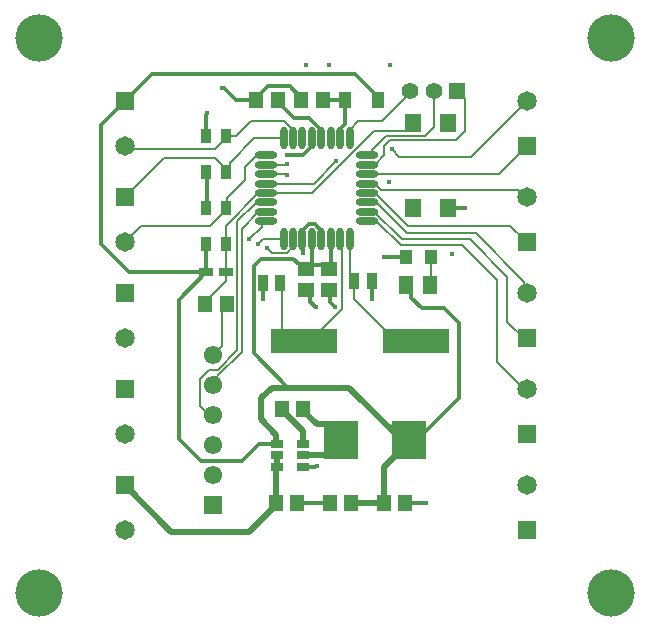
<source format=gtl>
G04*
G04 #@! TF.GenerationSoftware,Altium Limited,Altium Designer,23.3.1 (30)*
G04*
G04 Layer_Physical_Order=1*
G04 Layer_Color=255*
%FSLAX25Y25*%
%MOIN*%
G70*
G04*
G04 #@! TF.SameCoordinates,DDE6331C-4F95-4F18-AA14-E53DA5D8DD09*
G04*
G04*
G04 #@! TF.FilePolarity,Positive*
G04*
G01*
G75*
%ADD18R,0.05512X0.06299*%
%ADD19R,0.04528X0.05709*%
%ADD20O,0.02362X0.07677*%
%ADD21O,0.07677X0.02362*%
%ADD22R,0.03937X0.02756*%
%ADD23R,0.11221X0.12598*%
%ADD24R,0.05709X0.04528*%
%ADD25R,0.22047X0.08268*%
%ADD26R,0.04331X0.05118*%
%ADD27R,0.03937X0.05512*%
%ADD28R,0.03367X0.04969*%
%ADD29R,0.04921X0.06102*%
%ADD30R,0.03740X0.05315*%
%ADD31R,0.04724X0.02756*%
%ADD44C,0.05472*%
%ADD45R,0.05472X0.05472*%
%ADD51C,0.00591*%
%ADD52C,0.01181*%
%ADD53C,0.01968*%
%ADD54R,0.06102X0.06102*%
%ADD55C,0.06102*%
%ADD56R,0.06496X0.06496*%
%ADD57C,0.06496*%
%ADD58C,0.01772*%
%ADD59C,0.15748*%
D18*
X297905Y245827D02*
D03*
Y274173D02*
D03*
X286094Y245827D02*
D03*
Y274173D02*
D03*
D19*
X224043Y214000D02*
D03*
X216957D02*
D03*
X240457Y147500D02*
D03*
X247543D02*
D03*
X242457Y179000D02*
D03*
X249543D02*
D03*
X265543Y147500D02*
D03*
X258457D02*
D03*
X276457D02*
D03*
X283543D02*
D03*
X248957Y282000D02*
D03*
X256043D02*
D03*
X233957D02*
D03*
X241043D02*
D03*
D20*
X242976Y235768D02*
D03*
X246126D02*
D03*
X249276D02*
D03*
X252425D02*
D03*
X255575D02*
D03*
X258724D02*
D03*
X261874D02*
D03*
X265024D02*
D03*
Y269232D02*
D03*
X261874D02*
D03*
X258724D02*
D03*
X255575D02*
D03*
X252425D02*
D03*
X249276D02*
D03*
X246126D02*
D03*
X242976D02*
D03*
D21*
X270732Y241476D02*
D03*
Y244626D02*
D03*
Y247776D02*
D03*
Y250925D02*
D03*
Y254075D02*
D03*
Y257224D02*
D03*
Y260374D02*
D03*
Y263524D02*
D03*
X237268D02*
D03*
Y260374D02*
D03*
Y257224D02*
D03*
Y254075D02*
D03*
Y250925D02*
D03*
Y247776D02*
D03*
Y244626D02*
D03*
Y241476D02*
D03*
D22*
X240673Y167240D02*
D03*
Y163500D02*
D03*
Y159760D02*
D03*
X249327D02*
D03*
Y163500D02*
D03*
Y167240D02*
D03*
D23*
X284720Y168500D02*
D03*
X262280D02*
D03*
D24*
X250500Y218457D02*
D03*
Y225543D02*
D03*
X258000Y218457D02*
D03*
Y225543D02*
D03*
D25*
X287201Y201500D02*
D03*
X249799D02*
D03*
D26*
X283866Y229500D02*
D03*
X292134D02*
D03*
D27*
X274512Y282000D02*
D03*
X263488D02*
D03*
D28*
X223750Y258000D02*
D03*
X217250D02*
D03*
X223750Y246000D02*
D03*
X217250D02*
D03*
Y234000D02*
D03*
X223750D02*
D03*
Y270000D02*
D03*
X217250D02*
D03*
D29*
X283799Y220398D02*
D03*
X291870D02*
D03*
D30*
X272453Y221500D02*
D03*
X266547D02*
D03*
X236047Y221000D02*
D03*
X241953D02*
D03*
D31*
X217154Y224500D02*
D03*
X223847D02*
D03*
D44*
X285126Y285000D02*
D03*
X293000D02*
D03*
D45*
X300874D02*
D03*
D51*
X237380Y257112D02*
X243888D01*
X272453Y265245D02*
X277209Y270000D01*
X290000D02*
X293000Y273000D01*
X277209Y270000D02*
X290000D01*
X303500Y271500D02*
Y282374D01*
X301374Y284500D02*
Y284595D01*
Y284500D02*
X303500Y282374D01*
X293000Y273000D02*
Y285000D01*
X275955Y274955D02*
X285126Y284126D01*
X267955Y274955D02*
X275955D01*
X285126Y284126D02*
Y285000D01*
X278500Y268500D02*
X300500D01*
X276500Y266500D02*
X278500Y268500D01*
X300500D02*
X303500Y271500D01*
X273374Y260374D02*
X276500Y263500D01*
Y266500D01*
X293566Y285511D02*
X294500Y286446D01*
X279000Y265500D02*
X281500Y263000D01*
X305500D01*
X270732Y260374D02*
X273374D01*
X253075Y254075D02*
X260500Y261500D01*
X237268Y250925D02*
X252425D01*
X273000Y271500D01*
X305500Y263000D02*
X324000Y281500D01*
X272453Y264342D02*
Y265245D01*
X270732Y263524D02*
X271635D01*
X272453Y264342D01*
X273000Y271500D02*
X283634D01*
X286094Y273961D01*
Y274173D01*
X265024Y269232D02*
Y272024D01*
X267955Y274955D01*
X273425Y254075D02*
X275500Y252000D01*
X270732Y254075D02*
X273425D01*
X275500Y252000D02*
X321143D01*
X314724Y257224D02*
X324000Y266500D01*
X270732Y257224D02*
X314724D01*
X323643Y249500D02*
X324000D01*
X321143Y252000D02*
X323643Y249500D01*
X314000Y194500D02*
Y222000D01*
Y194500D02*
X324000Y184500D01*
X302500Y233500D02*
X314000Y222000D01*
X317500Y208000D02*
X324000Y201500D01*
X305000Y235500D02*
X317500Y223000D01*
Y208000D02*
Y223000D01*
X323212Y218288D02*
Y221288D01*
X307000Y237500D02*
X323212Y221288D01*
Y218288D02*
X324000Y217500D01*
X284500Y240000D02*
X318500D01*
X324000Y234500D01*
X273575Y250925D02*
X284500Y240000D01*
X284000Y237500D02*
X307000D01*
X273724Y247776D02*
X284000Y237500D01*
X270732Y247776D02*
X273724D01*
X274423Y240922D02*
X274578D01*
X282000Y233500D01*
X273869Y241476D02*
X274423Y240922D01*
X270732Y241476D02*
X273869D01*
X282000Y233500D02*
X302500D01*
X270732Y250925D02*
X273575D01*
X273209Y244626D02*
X282335Y235500D01*
X270732Y244626D02*
X273209D01*
X282335Y235500D02*
X305000D01*
X292134Y220398D02*
Y229500D01*
X221000Y192000D02*
X227500Y198500D01*
X215000Y189000D02*
X218000Y192000D01*
X221000D01*
X215000Y180000D02*
Y189000D01*
Y180000D02*
X216557Y178443D01*
X227500Y198500D02*
Y241500D01*
X229000Y198000D02*
Y239016D01*
X219500Y187000D02*
Y188491D01*
X220943Y189935D02*
Y189943D01*
X229000Y198000D01*
X219500Y188491D02*
X220943Y189935D01*
X222543Y200043D02*
Y214000D01*
X216957Y214591D02*
X223847Y221480D01*
Y224500D01*
X216957Y214000D02*
Y214591D01*
X216565Y178443D02*
X218008Y177000D01*
X216557Y178443D02*
X216565D01*
X218008Y177000D02*
X220274D01*
X219500Y197000D02*
X222543Y200043D01*
X237268Y254075D02*
X253075D01*
X243937Y260437D02*
X244000Y260500D01*
X237331Y260437D02*
X243937D01*
X237268Y260374D02*
X237331Y260437D01*
X243888Y257112D02*
X244000Y257000D01*
X237268Y257224D02*
X237380Y257112D01*
X227500Y241500D02*
X233437Y247437D01*
X223750Y240065D02*
X234610Y250925D01*
X223750Y234000D02*
Y240065D01*
X233437Y247437D02*
X236929D01*
X237268Y247776D01*
X229000Y239016D02*
X234610Y244626D01*
X237268D01*
X223847Y224500D02*
Y233904D01*
X195500Y240000D02*
X218551D01*
X223750Y245199D01*
Y246000D02*
Y246801D01*
X190000Y234500D02*
X195500Y240000D01*
X276472Y205339D02*
Y205528D01*
X280311Y201500D02*
X282201D01*
X266547Y215453D02*
X276472Y205528D01*
X266547Y215453D02*
Y221500D01*
X276472Y205339D02*
X280311Y201500D01*
X231500Y235500D02*
X235755Y239755D01*
X236268Y235768D02*
X242976D01*
X235755Y240658D02*
X236574Y241476D01*
X235755Y239755D02*
Y240658D01*
X234500Y234000D02*
X236268Y235768D01*
X236574Y241476D02*
X237268D01*
X239000Y231000D02*
X244016D01*
X237500Y232500D02*
X239000Y231000D01*
X251689Y201500D02*
X262500Y212311D01*
X261874Y232631D02*
Y235768D01*
X262500Y212311D02*
Y232005D01*
X261874Y232631D02*
X262500Y232005D01*
X265024Y223024D02*
X266547Y221500D01*
X265024Y223024D02*
Y235768D01*
X244016Y231000D02*
X246126Y233110D01*
X224995Y259771D02*
Y260995D01*
X233232Y269232D02*
X242976D01*
X224024Y258801D02*
X224995Y259771D01*
Y260995D02*
X233232Y269232D01*
X224024Y258275D02*
Y258801D01*
X190000Y249500D02*
X203000Y262500D01*
X223750Y258000D02*
Y258275D01*
X203000Y262500D02*
X220051D01*
X223750Y258801D01*
Y258275D02*
Y258801D01*
X322701Y249500D02*
X324000D01*
X246126Y233110D02*
Y235768D01*
X244799Y201500D02*
X251689D01*
X242406Y203894D02*
Y223000D01*
Y203894D02*
X244799Y201500D01*
X322982Y247482D02*
X324000Y248500D01*
X220051Y265500D02*
X223750Y269199D01*
X190000Y266500D02*
X191000Y265500D01*
X220051D01*
X223750Y269199D02*
Y270000D01*
Y245199D02*
Y246000D01*
X224024Y246274D02*
Y249292D01*
X230000Y255268D01*
Y259500D01*
X223750Y258000D02*
X224024Y258275D01*
X223750Y246000D02*
X224024Y246274D01*
X223750Y234000D02*
X223847Y233904D01*
X234131Y263524D02*
X237268D01*
X233553Y262946D02*
X234131Y263524D01*
X230000Y259500D02*
X233446Y262946D01*
X233553D01*
X232000Y275000D02*
X243016D01*
X227000Y270000D02*
X232000Y275000D01*
X223750Y270000D02*
X227000D01*
X243016Y275000D02*
X246126Y271890D01*
Y269232D02*
Y271890D01*
D52*
X249327Y159760D02*
X253600D01*
X253840Y160000D02*
X254000D01*
X253600Y159760D02*
X253840Y160000D01*
X227000Y282000D02*
X233957D01*
X223000Y286000D02*
X227000Y282000D01*
X297905Y245827D02*
X298079Y246000D01*
X303500D01*
X285578Y215922D02*
X289000Y212500D01*
X285578Y215922D02*
Y218619D01*
X289000Y212500D02*
X296500D01*
X283799Y220398D02*
X285578Y218619D01*
X296500Y212500D02*
X301500Y207500D01*
Y182468D02*
Y207500D01*
X258724Y224768D02*
Y235768D01*
X256043Y227000D02*
X258000Y225043D01*
X251250Y224768D02*
X252199Y225716D01*
X250276Y224768D02*
X251250D01*
X217500Y277340D02*
Y277500D01*
X217250Y270000D02*
Y277090D01*
X217500Y277340D01*
X215500Y161500D02*
X229000D01*
X208000Y169000D02*
Y215347D01*
Y169000D02*
X215500Y161500D01*
X229000D02*
X234740Y167240D01*
X190000Y281500D02*
X199000Y290500D01*
X182000Y234000D02*
Y273500D01*
X190000Y281500D01*
X191500Y224500D02*
X217154D01*
X182000Y234000D02*
X191500Y224500D01*
X208000Y215347D02*
X217154Y224500D01*
X234740Y167240D02*
X240673D01*
X246466Y275986D02*
X251478D01*
X241043Y281410D02*
X246466Y275986D01*
X251478D02*
X255575Y271890D01*
X233000Y197500D02*
Y226500D01*
X235500Y229000D01*
X233000Y197500D02*
X244500Y186000D01*
X235500Y229000D02*
X246236D01*
X248020Y227217D01*
X248236D01*
X250039Y225414D01*
Y224531D02*
Y225414D01*
X288221Y169189D02*
X301500Y182468D01*
X284720Y168500D02*
Y169189D01*
X217154Y224500D02*
X217250Y224597D01*
X251957Y227000D02*
X252425D01*
X256043D01*
X250500Y225543D02*
X251957Y227000D01*
X252425Y226543D02*
Y227000D01*
Y235768D01*
X245870Y145827D02*
X247543Y147500D01*
X253000D01*
X258457D01*
X283543D02*
X290500D01*
X258327Y214673D02*
X260000Y213000D01*
X258327Y214673D02*
Y216957D01*
X250290Y217957D02*
X251964Y216283D01*
X250000Y217957D02*
X250290D01*
X251964Y214659D02*
Y216283D01*
Y214659D02*
X253811Y212811D01*
X252199Y225716D02*
Y226500D01*
X249388Y231112D02*
Y235655D01*
X249276Y235768D02*
X249388Y235655D01*
Y231112D02*
X249500Y231000D01*
X252425Y266575D02*
Y269232D01*
X249350Y263500D02*
X252425Y266575D01*
X244000Y263500D02*
X249350D01*
X217500Y252000D02*
Y257750D01*
Y246250D02*
Y252000D01*
X255575Y235768D02*
Y238425D01*
X251447Y240597D02*
X253403D01*
X249276Y238425D02*
X251447Y240597D01*
X253403D02*
X255575Y238425D01*
X249276Y235768D02*
Y238425D01*
X217250Y246000D02*
X217500Y246250D01*
X217250Y258000D02*
X217500Y257750D01*
X245047Y286500D02*
X248957Y282591D01*
X233957D02*
X237866Y286500D01*
X245047D01*
X248957Y282000D02*
Y282591D01*
X233957Y282000D02*
Y282591D01*
X199000Y290500D02*
X266799D01*
X274512Y282787D01*
X276500Y229500D02*
X283866D01*
X272500Y215500D02*
Y221453D01*
X272453Y221500D02*
X272500Y221453D01*
X236047Y215500D02*
Y221000D01*
X217250Y224597D02*
Y234000D01*
X274512Y282000D02*
Y282787D01*
X263488Y273824D02*
Y282000D01*
X261874Y272209D02*
X263488Y273824D01*
X261874Y269232D02*
Y272209D01*
X255575Y269232D02*
Y271890D01*
X241043Y281410D02*
Y282000D01*
X256043D02*
X263488D01*
D53*
X190000Y153500D02*
X205500Y138000D01*
X231547D01*
X240457Y146909D01*
Y147500D01*
X239000Y186000D02*
X244500D01*
X235500Y175500D02*
Y182500D01*
X239000Y186000D01*
X244500D02*
X264910D01*
X235500Y175500D02*
X240582Y170418D01*
Y167331D02*
X240673Y167240D01*
X240582Y167331D02*
Y170418D01*
X264910Y186000D02*
X281720Y169189D01*
X240565Y147608D02*
Y159652D01*
X240673Y159760D01*
Y163500D01*
X243768Y177130D02*
X249327Y171571D01*
Y167240D02*
Y171571D01*
X242457Y178409D02*
Y179000D01*
Y178409D02*
X243736Y177130D01*
X243768D01*
X249327Y163500D02*
X257653D01*
X262280Y168126D01*
X257653Y173815D02*
X262280Y169189D01*
X254138Y173815D02*
X257653D01*
X249543Y178409D02*
X254138Y173815D01*
X249543Y178409D02*
Y179000D01*
X262280Y168500D02*
Y169189D01*
Y168126D02*
Y168500D01*
X265543Y147500D02*
X276457D01*
Y159547D01*
X284720Y167811D01*
Y168500D01*
D54*
X219500Y147000D02*
D03*
D55*
Y157000D02*
D03*
Y167000D02*
D03*
Y177000D02*
D03*
Y187000D02*
D03*
Y197000D02*
D03*
D56*
X324000Y234500D02*
D03*
Y202500D02*
D03*
Y170500D02*
D03*
Y266500D02*
D03*
Y138500D02*
D03*
X190000Y249500D02*
D03*
Y153500D02*
D03*
Y185500D02*
D03*
Y217500D02*
D03*
Y281500D02*
D03*
D57*
X324000Y249500D02*
D03*
Y217500D02*
D03*
Y185500D02*
D03*
Y281500D02*
D03*
Y153500D02*
D03*
X190000Y234500D02*
D03*
Y138500D02*
D03*
Y170500D02*
D03*
Y202500D02*
D03*
Y266500D02*
D03*
D58*
X254000Y160000D02*
D03*
X278500Y293500D02*
D03*
X279000Y265500D02*
D03*
X260500Y261500D02*
D03*
X250500Y293500D02*
D03*
X258000D02*
D03*
X222500Y286000D02*
D03*
X278000Y254500D02*
D03*
X303500Y246000D02*
D03*
X217500Y277500D02*
D03*
X244000Y260500D02*
D03*
Y257000D02*
D03*
X231500Y235500D02*
D03*
X234500Y234000D02*
D03*
X237500Y232500D02*
D03*
X253000Y147500D02*
D03*
X290500D02*
D03*
X299000Y230500D02*
D03*
X249500Y231000D02*
D03*
X253811Y212811D02*
D03*
X260000Y213000D02*
D03*
X244000Y263500D02*
D03*
X217500Y252000D02*
D03*
X276500Y229500D02*
D03*
X272500Y215500D02*
D03*
X236047D02*
D03*
D59*
X352000Y117500D02*
D03*
Y302500D02*
D03*
X161500Y117500D02*
D03*
Y302500D02*
D03*
M02*

</source>
